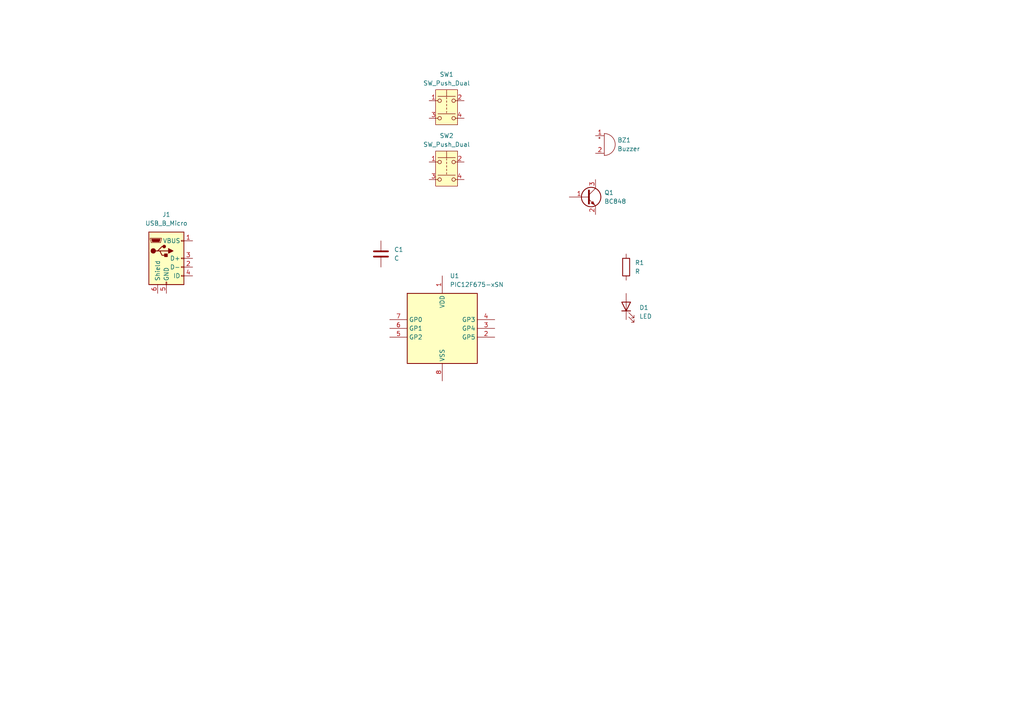
<source format=kicad_sch>
(kicad_sch (version 20231120) (generator "eeschema") (generator_version "8.0")
  (paper "A4")
  (lib_symbols
    (symbol "Connector:USB_B_Micro" (pin_names (offset 1.016))
      (property "Reference" "J" (at -5.08 11.43 0))
      (property "Value" "USB_B_Micro" (at -5.08 8.89 0))
      (symbol "USB_B_Micro_0_1"
        (rectangle (start -5.08 -7.62) (end 5.08 7.62) (stroke (width 0.254)) (fill (type background)))
        (circle (center -3.81 2.159) (radius 0.635) (stroke (width 0.254)) (fill (type outline)))
        (circle (center -0.635 3.429) (radius 0.381) (stroke (width 0.254)) (fill (type outline)))
        (rectangle (start -0.127 -7.62) (end 0.127 -6.858))
        (polyline (pts (xy -1.905 2.159) (xy 0.635 2.159)) (stroke (width 0.254)))
        (polyline (pts (xy -3.175 2.159) (xy -2.54 2.159) (xy -1.27 3.429) (xy -0.635 3.429)) (stroke (width 0.254)))
        (polyline (pts (xy -2.54 2.159) (xy -1.905 2.159) (xy -1.27 0.889) (xy 0 0.889)) (stroke (width 0.254)))
        (polyline (pts (xy 0.635 2.794) (xy 0.635 1.524) (xy 1.905 2.159) (xy 0.635 2.794)) (stroke (width 0.254)) (fill (type outline)))
        (polyline (pts (xy -4.318 5.588) (xy -1.778 5.588) (xy -2.032 4.826) (xy -4.064 4.826) (xy -4.318 5.588)) (fill (type outline)))
        (polyline (pts (xy -4.699 5.842) (xy -4.699 5.588) (xy -4.445 4.826) (xy -4.445 4.572) (xy -1.651 4.572) (xy -1.651 4.826) (xy -1.397 5.588) (xy -1.397 5.842) (xy -4.699 5.842)))
        (rectangle (start 0.254 1.27) (end -0.508 0.508) (stroke (width 0.254)) (fill (type outline)))
        (rectangle (start 5.08 -5.207) (end 4.318 -4.953))
        (rectangle (start 5.08 -2.667) (end 4.318 -2.413))
        (rectangle (start 5.08 -0.127) (end 4.318 0.127))
        (rectangle (start 5.08 4.953) (end 4.318 5.207))
      )
      (symbol "USB_B_Micro_1_1"
        (pin power_out line (at 7.62 5.08 180) (length 2.54) (name "VBUS") (number "1"))
        (pin bidirectional line (at 7.62 -2.54 180) (length 2.54) (name "D-") (number "2"))
        (pin bidirectional line (at 7.62 0 180) (length 2.54) (name "D+") (number "3"))
        (pin passive line (at 7.62 -5.08 180) (length 2.54) (name "ID") (number "4"))
        (pin power_out line (at 0 -10.16 90) (length 2.54) (name "GND") (number "5"))
        (pin passive line (at -2.54 -10.16 90) (length 2.54) (name "Shield") (number "6"))
      )
    )
    (symbol "Device:Buzzer" (pin_names (offset 0.0254) hide)
      (property "Reference" "BZ" (at 3.81 1.27 0))
      (property "Value" "Buzzer" (at 3.81 -1.27 0))
      (symbol "Buzzer_0_1"
        (arc (start 0 -3.175) (mid 3.1612 0) (end 0 3.175))
        (polyline (pts (xy -1.651 1.905) (xy -1.143 1.905)))
        (polyline (pts (xy -1.397 2.159) (xy -1.397 1.651)))
        (polyline (pts (xy 0 3.175) (xy 0 -3.175)))
      )
      (symbol "Buzzer_1_1"
        (pin passive line (at -2.54 2.54 0) (length 2.54) (name "+") (number "1"))
        (pin passive line (at -2.54 -2.54 0) (length 2.54) (name "-") (number "2"))
      )
    )
    (symbol "Device:C" (pin_numbers hide) (pin_names (offset 0.254))
      (property "Reference" "C" (at 0.635 2.54 0))
      (property "Value" "C" (at 0.635 -2.54 0))
      (symbol "C_0_1"
        (polyline (pts (xy -2.032 -0.762) (xy 2.032 -0.762)) (stroke (width 0.508)))
        (polyline (pts (xy -2.032 0.762) (xy 2.032 0.762)) (stroke (width 0.508)))
      )
      (symbol "C_1_1"
        (pin passive line (at 0 3.81 270) (length 2.794) (name "~") (number "1"))
        (pin passive line (at 0 -3.81 90) (length 2.794) (name "~") (number "2"))
      )
    )
    (symbol "Device:LED" (pin_numbers hide) (pin_names (offset 1.016) hide)
      (property "Reference" "D" (at 0 2.54 0))
      (property "Value" "LED" (at 0 -2.54 0))
      (symbol "LED_0_1"
        (polyline (pts (xy -1.27 -1.27) (xy -1.27 1.27)) (stroke (width 0.254)))
        (polyline (pts (xy -1.27 0) (xy 1.27 0)))
        (polyline (pts (xy 1.27 -1.27) (xy 1.27 1.27) (xy -1.27 0) (xy 1.27 -1.27)) (stroke (width 0.254)))
        (polyline (pts (xy -3.048 -0.762) (xy -4.572 -2.286) (xy -3.81 -2.286) (xy -4.572 -2.286) (xy -4.572 -1.524)))
        (polyline (pts (xy -1.778 -0.762) (xy -3.302 -2.286) (xy -2.54 -2.286) (xy -3.302 -2.286) (xy -3.302 -1.524)))
      )
      (symbol "LED_1_1"
        (pin passive line (at -3.81 0 0) (length 2.54) (name "K") (number "1"))
        (pin passive line (at 3.81 0 180) (length 2.54) (name "A") (number "2"))
      )
    )
    (symbol "Device:R" (pin_numbers hide) (pin_names (offset 0))
      (property "Reference" "R" (at 2.032 0 90))
      (property "Value" "R" (at 0 0 90))
      (symbol "R_0_1"
        (rectangle (start -1.016 -2.54) (end 1.016 2.54) (stroke (width 0.254)))
      )
      (symbol "R_1_1"
        (pin passive line (at 0 3.81 270) (length 1.27) (name "~") (number "1"))
        (pin passive line (at 0 -3.81 90) (length 1.27) (name "~") (number "2"))
      )
    )
    (symbol "MCU_Microchip_PIC12:PIC12F675-xSN"
      (property "Reference" "U" (at 1.27 13.97 0))
      (property "Value" "PIC12F675-xSN" (at 1.27 11.43 0))
      (symbol "PIC12F675-xSN_0_1"
        (rectangle (start 10.16 -10.16) (end -10.16 10.16) (stroke (width 0.254)) (fill (type background)))
      )
      (symbol "PIC12F675-xSN_1_1"
        (pin power_in line (at 0 15.24 270) (length 5.08) (name "VDD") (number "1"))
        (pin bidirectional line (at 15.24 -2.54 180) (length 5.08) (name "GP5") (number "2"))
        (pin bidirectional line (at 15.24 0 180) (length 5.08) (name "GP4") (number "3"))
        (pin input line (at 15.24 2.54 180) (length 5.08) (name "GP3") (number "4"))
        (pin bidirectional line (at -15.24 -2.54 0) (length 5.08) (name "GP2") (number "5"))
        (pin bidirectional line (at -15.24 0 0) (length 5.08) (name "GP1") (number "6"))
        (pin bidirectional line (at -15.24 2.54 0) (length 5.08) (name "GP0") (number "7"))
        (pin power_in line (at 0 -15.24 90) (length 5.08) (name "VSS") (number "8"))
      )
    )
    (symbol "Switch:SW_Push_Dual" (pin_names (offset 1.016) hide)
      (property "Reference" "SW" (at 0 7.62 0))
      (property "Value" "SW_Push_Dual" (at 0 -6.35 0))
      (symbol "SW_Push_Dual_0_1"
        (circle (center -2.032 -2.54) (radius 0.508))
        (circle (center -2.032 2.54) (radius 0.508))
        (polyline (pts (xy 0 -0.508) (xy 0 -1.016)))
        (polyline (pts (xy 0 0.508) (xy 0 0)))
        (polyline (pts (xy 0 1.016) (xy 0 1.524)))
        (polyline (pts (xy 0 2.032) (xy 0 2.54)))
        (polyline (pts (xy 0 3.048) (xy 0 3.556)))
        (polyline (pts (xy 0 3.81) (xy 0 5.588)))
        (polyline (pts (xy 2.54 -1.27) (xy -2.54 -1.27)))
        (polyline (pts (xy 2.54 3.81) (xy -2.54 3.81)))
        (circle (center 2.032 -2.54) (radius 0.508))
        (circle (center 2.032 2.54) (radius 0.508))
        (pin passive line (at -5.08 2.54 0) (length 2.54) (name "1") (number "1"))
        (pin passive line (at 5.08 2.54 180) (length 2.54) (name "2") (number "2"))
        (pin passive line (at -5.08 -2.54 0) (length 2.54) (name "3") (number "3"))
        (pin passive line (at 5.08 -2.54 180) (length 2.54) (name "4") (number "4"))
      )
      (symbol "SW_Push_Dual_1_1"
        (rectangle (start -3.175 5.715) (end 3.175 -4.445) (fill (type background)))
      )
    )
    (symbol "Transistor_BJT:BC848" (pin_names (offset 0) hide)
      (property "Reference" "Q" (at 5.08 1.905 0))
      (property "Value" "BC848" (at 5.08 0 0))
      (symbol "BC848_0_1"
        (polyline (pts (xy 0.635 0.635) (xy 2.54 2.54)))
        (polyline (pts (xy 0.635 -0.635) (xy 2.54 -2.54) (xy 2.54 -2.54)))
        (polyline (pts (xy 0.635 1.905) (xy 0.635 -1.905) (xy 0.635 -1.905)) (stroke (width 0.508)))
        (polyline (pts (xy 1.27 -1.778) (xy 1.778 -1.27) (xy 2.286 -2.286) (xy 1.27 -1.778) (xy 1.27 -1.778)) (fill (type outline)))
        (circle (center 1.27 0) (radius 2.8194) (stroke (width 0.254)))
      )
      (symbol "BC848_1_1"
        (pin input line (at -5.08 0 0) (length 5.715) (name "B") (number "1"))
        (pin passive line (at 2.54 -5.08 90) (length 2.54) (name "E") (number "2"))
        (pin passive line (at 2.54 5.08 270) (length 2.54) (name "C") (number "3"))
      )
    )
  )
  (symbol (lib_id "Switch:SW_Push_Dual") (at 129.54 31.75 0) (unit 1)
    (property "Reference" "SW1" (at 129.54 21.59 0))
    (property "Value" "SW_Push_Dual" (at 129.54 24.13 0))
    (property "Description" "Push button switch, generic, symbol, four pins" (effects (hide yes)))
  )
  (symbol (lib_id "Connector:USB_B_Micro") (at 48.26 74.93 0) (unit 1)
    (property "Reference" "J1" (at 48.26 62.23 0))
    (property "Value" "USB_B_Micro" (at 48.26 64.77 0))
    (property "Footprint" "Connector_USB:USB_Micro-B_Wuerth_629105150521" (effects (hide yes)))
    (property "Description" "USB Micro Type B connector" (effects (hide yes)))
  )
  (symbol (lib_id "MCU_Microchip_PIC12:PIC12F675-xSN") (at 128.27 95.25 0) (unit 1)
    (property "Reference" "U1" (at 130.4641 80.01 0) (effects (justify left)))
    (property "Value" "PIC12F675-xSN" (at 130.4641 82.55 0) (effects (justify left)))
    (property "Footprint" "Package_SO:SOIC-8_3.9x4.9mm_P1.27mm" (effects (hide yes)))
    (property "Datasheet" "https://ww1.microchip.com/downloads/en/DeviceDoc/41190G.pdf" (effects (hide yes)))
    (property "Description" "PIC12F675, 1024W Flash, 64B SRAM, 128B EEPROM, SOIC-8" (effects (hide yes)))
  )
  (symbol (lib_id "Device:R") (at 181.61 77.47 0) (unit 1)
    (property "Reference" "R1" (at 184.15 76.1999 0) (effects (justify left)))
    (property "Value" "R" (at 184.15 78.7399 0) (effects (justify left)))
    (property "Description" "Resistor" (effects (hide yes)))
  )
  (symbol (lib_id "Switch:SW_Push_Dual") (at 129.54 49.53 0) (unit 1)
    (property "Reference" "SW2" (at 129.54 39.37 0))
    (property "Value" "SW_Push_Dual" (at 129.54 41.91 0))
    (property "Description" "Push button switch, generic, symbol, four pins" (effects (hide yes)))
  )
  (symbol (lib_id "Device:C") (at 110.49 73.66 0) (unit 1)
    (property "Reference" "C1" (at 114.3 72.3899 0) (effects (justify left)))
    (property "Value" "C" (at 114.3 74.9299 0) (effects (justify left)))
    (property "Description" "Unpolarized capacitor" (effects (hide yes)))
  )
  (symbol (lib_id "Device:LED") (at 181.61 88.9 90) (unit 1)
    (property "Reference" "D1" (at 185.42 89.2174 90) (effects (justify right)))
    (property "Value" "LED" (at 185.42 91.7574 90) (effects (justify right)))
    (property "Description" "Light emitting diode" (effects (hide yes)))
  )
  (symbol (lib_id "Transistor_BJT:BC848") (at 170.18 57.15 0) (unit 1)
    (property "Reference" "Q1" (at 175.26 55.8799 0) (effects (justify left)))
    (property "Value" "BC848" (at 175.26 58.4199 0) (effects (justify left)))
    (property "Footprint" "Package_TO_SOT_SMD:SOT-23" (effects (hide yes)))
    (property "Datasheet" "http://www.infineon.com/dgdl/Infineon-BC847SERIES_BC848SERIES_BC849SERIES_BC850SERIES-DS-v01_01-en.pdf?fileId=db3a304314dca389011541d4630a1657" (effects (hide yes)))
    (property "Description" "0.1A Ic, 30V Vce, NPN Transistor, SOT-23" (effects (hide yes)))
  )
  (symbol (lib_id "Device:Buzzer") (at 175.26 41.91 0) (unit 1)
    (property "Reference" "BZ1" (at 179.07 40.6399 0) (effects (justify left)))
    (property "Value" "Buzzer" (at 179.07 43.1799 0) (effects (justify left)))
    (property "Description" "Buzzer, polarized" (effects (hide yes)))
  )
)
</source>
